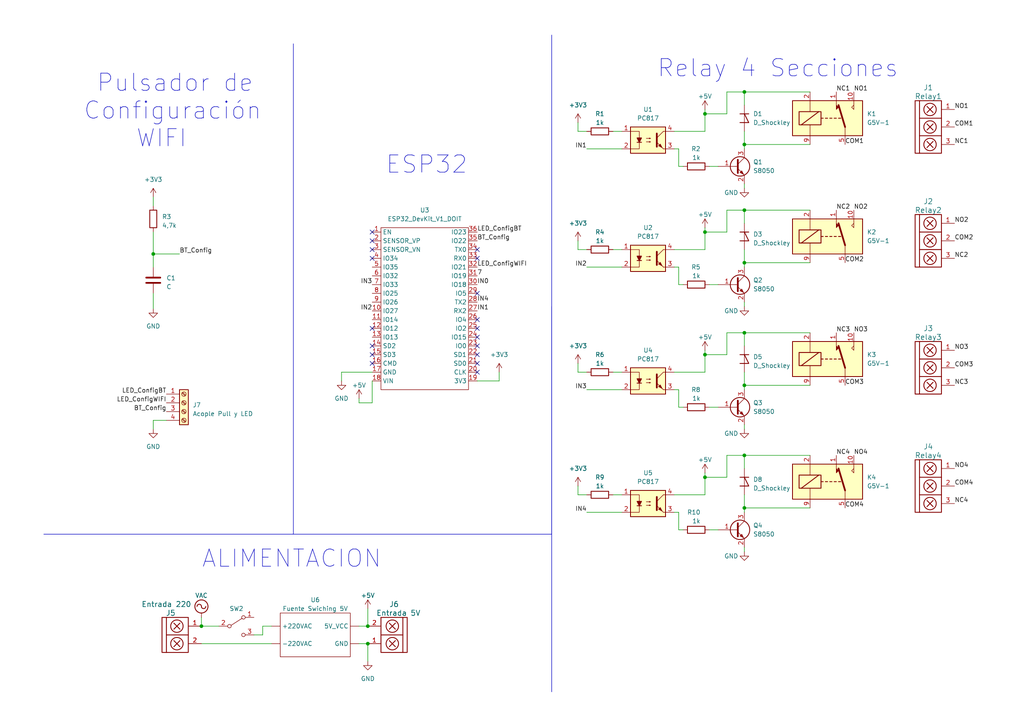
<source format=kicad_sch>
(kicad_sch (version 20230121) (generator eeschema)
  (paper "A4")
  (lib_symbols
    (symbol "+5V_1" (power) (pin_names (offset 0))
      (property "Value" "+5V_1" (at 0 3.556 0))
      (symbol "+5V_1_0_1"
        (polyline (pts (xy -0.762 1.27) (xy 0 2.54)))
        (polyline (pts (xy 0 0) (xy 0 2.54)))
        (polyline (pts (xy 0 2.54) (xy 0.762 1.27)))
      )
      (symbol "+5V_1_1_1"
        (pin power_in line (at 0 0 90) (length 0) hide (name "+5V") (number "1"))
      )
    )
    (symbol "Connector:Screw_Terminal_01x04" (pin_names (offset 1.016) hide)
      (property "Reference" "J" (at 0 5.08 0))
      (property "Value" "Screw_Terminal_01x04" (at 0 -7.62 0))
      (symbol "Screw_Terminal_01x04_1_1"
        (rectangle (start -1.27 3.81) (end 1.27 -6.35) (stroke (width 0.254)) (fill (type background)))
        (circle (center 0 -5.08) (radius 0.635) (stroke (width 0.1524)))
        (circle (center 0 -2.54) (radius 0.635) (stroke (width 0.1524)))
        (polyline (pts (xy -0.5334 -4.7498) (xy 0.3302 -5.588)) (stroke (width 0.1524)))
        (polyline (pts (xy -0.5334 -2.2098) (xy 0.3302 -3.048)) (stroke (width 0.1524)))
        (polyline (pts (xy -0.5334 0.3302) (xy 0.3302 -0.508)) (stroke (width 0.1524)))
        (polyline (pts (xy -0.5334 2.8702) (xy 0.3302 2.032)) (stroke (width 0.1524)))
        (polyline (pts (xy -0.3556 -4.572) (xy 0.508 -5.4102)) (stroke (width 0.1524)))
        (polyline (pts (xy -0.3556 -2.032) (xy 0.508 -2.8702)) (stroke (width 0.1524)))
        (polyline (pts (xy -0.3556 0.508) (xy 0.508 -0.3302)) (stroke (width 0.1524)))
        (polyline (pts (xy -0.3556 3.048) (xy 0.508 2.2098)) (stroke (width 0.1524)))
        (circle (center 0 0) (radius 0.635) (stroke (width 0.1524)))
        (circle (center 0 2.54) (radius 0.635) (stroke (width 0.1524)))
        (pin passive line (at -5.08 2.54 0) (length 3.81) (name "Pin_1") (number "1"))
        (pin passive line (at -5.08 0 0) (length 3.81) (name "Pin_2") (number "2"))
        (pin passive line (at -5.08 -2.54 0) (length 3.81) (name "Pin_3") (number "3"))
        (pin passive line (at -5.08 -5.08 0) (length 3.81) (name "Pin_4") (number "4"))
      )
    )
    (symbol "Device:C" (pin_numbers hide) (pin_names (offset 0.254))
      (property "Reference" "C" (at 0.635 2.54 0))
      (property "Value" "C" (at 0.635 -2.54 0))
      (symbol "C_0_1"
        (polyline (pts (xy -2.032 -0.762) (xy 2.032 -0.762)) (stroke (width 0.508)))
        (polyline (pts (xy -2.032 0.762) (xy 2.032 0.762)) (stroke (width 0.508)))
      )
      (symbol "C_1_1"
        (pin passive line (at 0 3.81 270) (length 2.794) (name "~") (number "1"))
        (pin passive line (at 0 -3.81 90) (length 2.794) (name "~") (number "2"))
      )
    )
    (symbol "Device:D_Shockley" (pin_numbers hide) (pin_names (offset 1.016) hide)
      (property "Reference" "D" (at 0 2.54 0))
      (property "Value" "D_Shockley" (at 0 -2.54 0))
      (symbol "D_Shockley_0_1"
        (polyline (pts (xy -1.27 0) (xy 1.27 0)))
        (polyline (pts (xy -1.27 1.27) (xy -1.27 -1.27)) (stroke (width 0.254)))
        (polyline (pts (xy -1.27 0) (xy 1.27 1.27) (xy 1.27 -1.27)) (stroke (width 0.254)))
      )
      (symbol "D_Shockley_1_1"
        (pin passive line (at -3.81 0 0) (length 2.54) (name "K") (number "1"))
        (pin passive line (at 3.81 0 180) (length 2.54) (name "A") (number "2"))
      )
    )
    (symbol "Device:R" (pin_numbers hide) (pin_names (offset 0))
      (property "Reference" "R" (at 2.032 0 90))
      (property "Value" "R" (at 0 0 90))
      (symbol "R_0_1"
        (rectangle (start -1.016 -2.54) (end 1.016 2.54) (stroke (width 0.254)))
      )
      (symbol "R_1_1"
        (pin passive line (at 0 3.81 270) (length 1.27) (name "~") (number "1"))
        (pin passive line (at 0 -3.81 90) (length 1.27) (name "~") (number "2"))
      )
    )
    (symbol "EESTN5:ESP32_DevKit_V1_DOIT"
      (property "Reference" "U" (at -11.43 34.29 0))
      (property "Value" "ESP32_DevKit_V1_DOIT" (at 11.43 34.29 0))
      (symbol "ESP32_DevKit_V1_DOIT_0_0"
        (pin bidirectional line (at 15.24 25.4 180) (length 2.54) (name "TX0") (number "34"))
        (pin bidirectional line (at 15.24 27.94 180) (length 2.54) (name "IO22") (number "35"))
        (pin bidirectional line (at 15.24 30.48 180) (length 2.54) (name "IO23") (number "36"))
      )
      (symbol "ESP32_DevKit_V1_DOIT_0_1"
        (rectangle (start -12.7 31.75) (end 12.7 -15.24))
      )
      (symbol "ESP32_DevKit_V1_DOIT_1_1"
        (pin input line (at -15.24 30.48 0) (length 2.54) (name "EN") (number "1"))
        (pin bidirectional line (at -15.24 7.62 0) (length 2.54) (name "IO27") (number "10"))
        (pin bidirectional line (at -15.24 5.08 0) (length 2.54) (name "IO14") (number "11"))
        (pin bidirectional line (at -15.24 2.54 0) (length 2.54) (name "IO12") (number "12"))
        (pin bidirectional line (at -15.24 0 0) (length 2.54) (name "IO13") (number "13"))
        (pin bidirectional line (at -15.24 -2.54 0) (length 2.54) (name "SD2") (number "14"))
        (pin bidirectional line (at -15.24 -5.08 0) (length 2.54) (name "SD3") (number "15"))
        (pin bidirectional line (at -15.24 -7.62 0) (length 2.54) (name "CMD") (number "16"))
        (pin power_in line (at -15.24 -10.16 0) (length 2.54) (name "GND") (number "17"))
        (pin power_in line (at -15.24 -12.7 0) (length 2.54) (name "VIN") (number "18"))
        (pin power_in line (at 15.24 -12.7 180) (length 2.54) (name "3V3") (number "19"))
        (pin input line (at -15.24 27.94 0) (length 2.54) (name "SENSOR_VP") (number "2"))
        (pin bidirectional line (at 15.24 -10.16 180) (length 2.54) (name "CLK") (number "20"))
        (pin bidirectional line (at 15.24 -7.62 180) (length 2.54) (name "SD0") (number "21"))
        (pin bidirectional line (at 15.24 -5.08 180) (length 2.54) (name "SD1") (number "22"))
        (pin bidirectional line (at 15.24 -2.54 180) (length 2.54) (name "IO0") (number "23"))
        (pin bidirectional line (at 15.24 0 180) (length 2.54) (name "IO15") (number "24"))
        (pin bidirectional line (at 15.24 2.54 180) (length 2.54) (name "IO2") (number "25"))
        (pin bidirectional line (at 15.24 5.08 180) (length 2.54) (name "IO4") (number "26"))
        (pin bidirectional line (at 15.24 7.62 180) (length 2.54) (name "RX2") (number "27"))
        (pin bidirectional line (at 15.24 10.16 180) (length 2.54) (name "TX2") (number "28"))
        (pin bidirectional line (at 15.24 12.7 180) (length 2.54) (name "IO5") (number "29"))
        (pin input line (at -15.24 25.4 0) (length 2.54) (name "SENSOR_VN") (number "3"))
        (pin bidirectional line (at 15.24 15.24 180) (length 2.54) (name "IO18") (number "30"))
        (pin bidirectional line (at 15.24 17.78 180) (length 2.54) (name "IO19") (number "31"))
        (pin bidirectional line (at 15.24 20.32 180) (length 2.54) (name "IO21") (number "32"))
        (pin bidirectional line (at 15.24 22.86 180) (length 2.54) (name "RX0") (number "33"))
        (pin input line (at -15.24 22.86 0) (length 2.54) (name "IO34") (number "4"))
        (pin input line (at -15.24 20.32 0) (length 2.54) (name "IO35") (number "5"))
        (pin bidirectional line (at -15.24 17.78 0) (length 2.54) (name "IO32") (number "6"))
        (pin bidirectional line (at -15.24 15.24 0) (length 2.54) (name "IO33") (number "7"))
        (pin bidirectional line (at -15.24 12.7 0) (length 2.54) (name "IO25") (number "8"))
        (pin bidirectional line (at -15.24 10.16 0) (length 2.54) (name "IO26") (number "9"))
      )
    )
    (symbol "EESTN5:PC817" (pin_names (offset 1.016))
      (property "Reference" "U" (at -5.08 5.08 0))
      (property "Value" "PC817" (at 0 5.08 0))
      (symbol "PC817_0_1"
        (rectangle (start -5.08 3.81) (end 5.08 -3.81) (stroke (width 0.254)) (fill (type background)))
        (polyline (pts (xy -3.175 -0.635) (xy -1.905 -0.635)) (stroke (width 0.254)))
        (polyline (pts (xy 2.54 0.635) (xy 4.445 2.54)))
        (polyline (pts (xy 4.445 -2.54) (xy 2.54 -0.635)) (fill (type outline)))
        (polyline (pts (xy 4.445 -2.54) (xy 5.08 -2.54)))
        (polyline (pts (xy 4.445 2.54) (xy 5.08 2.54)))
        (polyline (pts (xy -5.08 2.54) (xy -2.54 2.54) (xy -2.54 0.635)))
        (polyline (pts (xy -2.54 -0.635) (xy -2.54 -2.54) (xy -5.08 -2.54)))
        (polyline (pts (xy 2.54 1.905) (xy 2.54 -1.905) (xy 2.54 -1.905)) (stroke (width 0.508)))
        (polyline (pts (xy -2.54 -0.635) (xy -3.175 0.635) (xy -1.905 0.635) (xy -2.54 -0.635)) (stroke (width 0.254)) (fill (type outline)))
        (polyline (pts (xy -0.508 -0.508) (xy 0.762 -0.508) (xy 0.381 -0.635) (xy 0.381 -0.381) (xy 0.762 -0.508)))
        (polyline (pts (xy -0.508 0.508) (xy 0.762 0.508) (xy 0.381 0.381) (xy 0.381 0.635) (xy 0.762 0.508)))
        (polyline (pts (xy 3.048 -1.651) (xy 3.556 -1.143) (xy 4.064 -2.159) (xy 3.048 -1.651) (xy 3.048 -1.651)) (fill (type outline)))
      )
      (symbol "PC817_1_1"
        (pin passive line (at -7.62 2.54 0) (length 2.54) (name "~") (number "1"))
        (pin passive line (at -7.62 -2.54 0) (length 2.54) (name "~") (number "2"))
        (pin passive line (at 7.62 -2.54 180) (length 2.54) (name "~") (number "3"))
        (pin passive line (at 7.62 2.54 180) (length 2.54) (name "~") (number "4"))
      )
    )
    (symbol "EESTN5:SW_SPDT" (pin_names (offset 0) hide)
      (property "Reference" "SW" (at 0 4.318 0))
      (symbol "SW_SPDT_0_0"
        (circle (center -2.032 0) (radius 0.508))
        (circle (center 2.032 -2.54) (radius 0.508))
      )
      (symbol "SW_SPDT_0_1"
        (polyline (pts (xy -1.524 0.254) (xy 1.651 2.286)))
        (circle (center 2.032 2.54) (radius 0.508))
      )
      (symbol "SW_SPDT_1_1"
        (pin passive line (at 5.08 2.54 180) (length 2.54) (name "A") (number "1"))
        (pin passive line (at -5.08 0 0) (length 2.54) (name "B") (number "2"))
        (pin passive line (at 5.08 -2.54 180) (length 2.54) (name "C") (number "3"))
      )
    )
    (symbol "EESTN5:TB_1X2" (pin_names (offset 1.016))
      (property "Reference" "J" (at 0 7.62 0))
      (property "Value" "TB_1X2" (at 1.27 -7.62 0))
      (symbol "TB_1X2_0_1"
        (rectangle (start -2.54 5.08) (end 5.08 -5.08) (stroke (width 0.254)))
        (polyline (pts (xy -1.27 0) (xy 5.08 0)) (stroke (width 0.254)))
        (polyline (pts (xy -1.27 5.08) (xy -1.27 -5.08)) (stroke (width 0.254)))
        (polyline (pts (xy 0.889 -3.429) (xy 2.667 -1.651)) (stroke (width 0.254)))
        (polyline (pts (xy 0.889 -1.651) (xy 2.667 -3.429)) (stroke (width 0.254)))
        (polyline (pts (xy 0.889 1.651) (xy 2.667 3.429)) (stroke (width 0.254)))
        (polyline (pts (xy 0.889 3.429) (xy 2.667 1.651)) (stroke (width 0.254)))
        (circle (center 1.778 -2.54) (radius 1.8034) (stroke (width 0.254)))
        (circle (center 1.778 2.54) (radius 1.8034) (stroke (width 0.254)))
      )
      (symbol "TB_1X2_1_1"
        (pin input line (at 8.89 2.54 180) (length 3.81) (name "~") (number "1"))
        (pin input line (at 8.89 -2.54 180) (length 3.81) (name "~") (number "2"))
      )
    )
    (symbol "EESTN5:TB_1X3" (pin_names (offset 1.016))
      (property "Reference" "J" (at 0 7.62 0))
      (property "Value" "TB_1X3" (at 1.27 -11.43 0))
      (symbol "TB_1X3_0_1"
        (rectangle (start -2.54 5.08) (end 5.08 -10.16) (stroke (width 0.254)))
        (polyline (pts (xy -1.27 -5.08) (xy 5.08 -5.08)) (stroke (width 0.254)))
        (polyline (pts (xy -1.27 0) (xy 5.08 0)) (stroke (width 0.254)))
        (polyline (pts (xy -1.27 5.08) (xy -1.27 -10.16)) (stroke (width 0.254)))
        (polyline (pts (xy 0.889 -8.509) (xy 2.667 -6.731)) (stroke (width 0.254)))
        (polyline (pts (xy 0.889 -6.731) (xy 2.667 -8.509)) (stroke (width 0.254)))
        (polyline (pts (xy 0.889 -3.429) (xy 2.667 -1.651)) (stroke (width 0.254)))
        (polyline (pts (xy 0.889 -1.651) (xy 2.667 -3.429)) (stroke (width 0.254)))
        (polyline (pts (xy 0.889 1.651) (xy 2.667 3.429)) (stroke (width 0.254)))
        (polyline (pts (xy 0.889 3.429) (xy 2.667 1.651)) (stroke (width 0.254)))
        (circle (center 1.778 -7.62) (radius 1.8034) (stroke (width 0.254)))
        (circle (center 1.778 -2.54) (radius 1.8034) (stroke (width 0.254)))
        (circle (center 1.778 2.54) (radius 1.8034) (stroke (width 0.254)))
      )
      (symbol "TB_1X3_1_1"
        (pin input line (at 8.89 2.54 180) (length 3.81) (name "~") (number "1"))
        (pin input line (at 8.89 -2.54 180) (length 3.81) (name "~") (number "2"))
        (pin input line (at 8.89 -7.62 180) (length 3.81) (name "~") (number "3"))
      )
    )
    (symbol "Library_SW-Intel:Fuente_Swiching"
      (property "Reference" "U" (at -6.35 10.16 0))
      (property "Value" "Fuente Swiching 5V" (at 0 7.62 0))
      (symbol "Fuente_Swiching_0_1"
        (rectangle (start -10.16 6.35) (end 10.16 -6.35))
      )
      (symbol "Fuente_Swiching_1_1"
        (pin power_in line (at -12.7 2.54 0) (length 2.54) (name "+220VAC") (number ""))
        (pin power_in line (at -12.7 -2.54 0) (length 2.54) (name "-220VAC") (number ""))
        (pin power_out line (at 12.7 2.54 180) (length 2.54) (name "5V_VCC") (number ""))
        (pin power_out line (at 12.7 -2.54 180) (length 2.54) (name "GND") (number ""))
      )
    )
    (symbol "Relay:G5V-1"
      (property "Reference" "K" (at 11.43 3.81 0))
      (property "Value" "G5V-1" (at 11.43 1.27 0))
      (symbol "G5V-1_0_0"
        (polyline (pts (xy 7.62 5.08) (xy 7.62 2.54) (xy 6.985 3.175) (xy 7.62 3.81)))
      )
      (symbol "G5V-1_0_1"
        (rectangle (start -10.16 5.08) (end 10.16 -5.08) (stroke (width 0.254)) (fill (type background)))
        (rectangle (start -8.255 1.905) (end -1.905 -1.905) (stroke (width 0.254)))
        (polyline (pts (xy -7.62 -1.905) (xy -2.54 1.905)) (stroke (width 0.254)))
        (polyline (pts (xy -5.08 -5.08) (xy -5.08 -1.905)))
        (polyline (pts (xy -5.08 5.08) (xy -5.08 1.905)))
        (polyline (pts (xy -1.905 0) (xy -1.27 0)) (stroke (width 0.254)))
        (polyline (pts (xy -0.635 0) (xy 0 0)) (stroke (width 0.254)))
        (polyline (pts (xy 0.635 0) (xy 1.27 0)) (stroke (width 0.254)))
        (polyline (pts (xy 1.905 0) (xy 2.54 0)) (stroke (width 0.254)))
        (polyline (pts (xy 3.175 0) (xy 3.81 0)) (stroke (width 0.254)))
        (polyline (pts (xy 5.08 -2.54) (xy 3.175 3.81)) (stroke (width 0.508)))
        (polyline (pts (xy 5.08 -2.54) (xy 5.08 -5.08)))
        (polyline (pts (xy 2.54 5.08) (xy 2.54 2.54) (xy 3.175 3.175) (xy 2.54 3.81)) (fill (type outline)))
      )
      (symbol "G5V-1_1_1"
        (pin passive line (at 2.54 7.62 270) (length 2.54) (name "~") (number "1"))
        (pin passive line (at 7.62 7.62 270) (length 2.54) (name "~") (number "10"))
        (pin passive line (at -5.08 7.62 270) (length 2.54) (name "~") (number "2"))
        (pin passive line (at 5.08 -7.62 90) (length 2.54) (name "~") (number "5"))
        (pin passive line (at 5.08 -7.62 90) (length 2.54) hide (name "~") (number "6"))
        (pin passive line (at -5.08 -7.62 90) (length 2.54) (name "~") (number "9"))
      )
    )
    (symbol "power:+3.3V" (power) (pin_names (offset 0))
      (property "Value" "+3.3V" (at 0 3.556 0))
      (symbol "+3.3V_0_1"
        (polyline (pts (xy -0.762 1.27) (xy 0 2.54)))
        (polyline (pts (xy 0 0) (xy 0 2.54)))
        (polyline (pts (xy 0 2.54) (xy 0.762 1.27)))
      )
      (symbol "+3.3V_1_1"
        (pin power_in line (at 0 0 90) (length 0) hide (name "+3V3") (number "1"))
      )
    )
    (symbol "power:+5V" (power) (pin_names (offset 0))
      (property "Value" "+5V" (at 0 3.556 0))
      (symbol "+5V_0_1"
        (polyline (pts (xy -0.762 1.27) (xy 0 2.54)))
        (polyline (pts (xy 0 0) (xy 0 2.54)))
        (polyline (pts (xy 0 2.54) (xy 0.762 1.27)))
      )
      (symbol "+5V_1_1"
        (pin power_in line (at 0 0 90) (length 0) hide (name "+5V") (number "1"))
      )
    )
    (symbol "power:GND" (power) (pin_names (offset 0))
      (property "Value" "GND" (at 0 -3.81 0))
      (symbol "GND_0_1"
        (polyline (pts (xy 0 0) (xy 0 -1.27) (xy 1.27 -1.27) (xy 0 -2.54) (xy -1.27 -1.27) (xy 0 -1.27)))
      )
      (symbol "GND_1_1"
        (pin power_in line (at 0 0 270) (length 0) hide (name "GND") (number "1"))
      )
    )
    (symbol "power:VAC" (power) (pin_names (offset 0))
      (property "Value" "VAC" (at 0 6.35 0))
      (symbol "VAC_0_1"
        (polyline (pts (xy 0 0) (xy 0 1.27)))
        (arc (start 0 3.175) (mid -0.635 3.8073) (end -1.27 3.175) (stroke (width 0.254)))
        (arc (start 0 3.175) (mid 0.635 2.5427) (end 1.27 3.175) (stroke (width 0.254)))
        (circle (center 0 3.175) (radius 1.905) (stroke (width 0.254)))
      )
      (symbol "VAC_1_1"
        (pin power_in line (at 0 0 90) (length 0) hide (name "VAC") (number "1"))
      )
    )
    (symbol "s8050:S8050" (pin_names (offset 0) hide)
      (property "Reference" "Q3" (at 5.08 1.2701 0))
      (property "Value" "S8050" (at 5.08 -1.2699 0))
      (symbol "S8050_0_1"
        (polyline (pts (xy 0 0) (xy 0.635 0)))
        (polyline (pts (xy 0.635 0.635) (xy 2.54 2.54)))
        (polyline (pts (xy 0.635 -0.635) (xy 2.54 -2.54) (xy 2.54 -2.54)))
        (polyline (pts (xy 0.635 1.905) (xy 0.635 -1.905) (xy 0.635 -1.905)) (stroke (width 0.508)))
        (polyline (pts (xy 1.27 -1.778) (xy 1.778 -1.27) (xy 2.286 -2.286) (xy 1.27 -1.778) (xy 1.27 -1.778)) (fill (type outline)))
        (circle (center 1.27 0) (radius 2.8194) (stroke (width 0.254)))
      )
      (symbol "S8050_1_1"
        (pin input line (at -5.08 0 0) (length 5.08) (name "B") (number "1"))
        (pin passive line (at 2.54 -5.08 90) (length 2.54) (name "E") (number "2"))
        (pin passive line (at 2.54 5.08 270) (length 2.54) (name "C") (number "3"))
      )
    )
  )
  (junction (at 106.68 186.69))
  (junction (at 215.9 26.67))
  (junction (at 215.9 147.32))
  (junction (at 44.45 73.66))
  (junction (at 215.9 76.2))
  (junction (at 215.9 111.76))
  (junction (at 58.42 181.61))
  (junction (at 215.9 41.91))
  (junction (at 204.47 102.87))
  (junction (at 204.47 67.31))
  (junction (at 215.9 132.08))
  (junction (at 215.9 60.96))
  (junction (at 106.68 181.61))
  (junction (at 204.47 138.43))
  (junction (at 215.9 96.52))
  (junction (at 204.47 33.02))
  (no_connect (at 107.95 100.33))
  (no_connect (at 138.43 92.71))
  (no_connect (at 107.95 74.93))
  (no_connect (at 107.95 102.87))
  (no_connect (at 138.43 100.33))
  (no_connect (at 138.43 105.41))
  (no_connect (at 138.43 74.93))
  (no_connect (at 107.95 67.31))
  (no_connect (at 138.43 97.79))
  (no_connect (at 138.43 72.39))
  (no_connect (at 107.95 72.39))
  (no_connect (at 107.95 95.25))
  (no_connect (at 138.43 95.25))
  (no_connect (at 107.95 105.41))
  (no_connect (at 138.43 107.95))
  (no_connect (at 107.95 69.85))
  (no_connect (at 138.43 102.87))
  (no_connect (at 138.43 85.09))
  (wire (pts (xy 106.68 176.53) (xy 106.68 181.61)))
  (wire (pts (xy 138.43 110.49) (xy 144.78 110.49)))
  (wire (pts (xy 205.74 153.67) (xy 208.28 153.67)))
  (wire (pts (xy 210.82 138.43) (xy 210.82 132.08)))
  (wire (pts (xy 205.74 48.26) (xy 208.28 48.26)))
  (wire (pts (xy 215.9 111.76) (xy 215.9 107.95)))
  (wire (pts (xy 204.47 137.16) (xy 204.47 138.43)))
  (wire (pts (xy 215.9 147.32) (xy 215.9 143.51)))
  (wire (pts (xy 104.14 181.61) (xy 106.68 181.61)))
  (wire (pts (xy 195.58 143.51) (xy 204.47 143.51)))
  (wire (pts (xy 58.42 179.07) (xy 58.42 181.61)))
  (wire (pts (xy 210.82 96.52) (xy 215.9 96.52)))
  (wire (pts (xy 204.47 33.02) (xy 210.82 33.02)))
  (wire (pts (xy 234.95 41.91) (xy 215.9 41.91)))
  (wire (pts (xy 204.47 102.87) (xy 204.47 107.95)))
  (wire (pts (xy 44.45 73.66) (xy 52.07 73.66)))
  (wire (pts (xy 196.85 153.67) (xy 198.12 153.67)))
  (polyline (pts (xy 85.09 154.94) (xy 160.02 154.94)))
  (wire (pts (xy 76.2 181.61) (xy 78.74 181.61)))
  (wire (pts (xy 167.64 107.95) (xy 167.64 105.41)))
  (wire (pts (xy 99.06 107.95) (xy 99.06 110.49)))
  (wire (pts (xy 215.9 111.76) (xy 215.9 113.03)))
  (wire (pts (xy 215.9 147.32) (xy 234.95 147.32)))
  (wire (pts (xy 215.9 60.96) (xy 215.9 64.77)))
  (wire (pts (xy 215.9 41.91) (xy 215.9 43.18)))
  (wire (pts (xy 215.9 26.67) (xy 215.9 30.48)))
  (wire (pts (xy 107.95 116.84) (xy 104.14 116.84)))
  (wire (pts (xy 210.82 102.87) (xy 210.82 96.52)))
  (wire (pts (xy 144.78 110.49) (xy 144.78 107.95)))
  (wire (pts (xy 215.9 132.08) (xy 215.9 135.89)))
  (wire (pts (xy 167.64 38.1) (xy 167.64 35.56)))
  (wire (pts (xy 215.9 158.75) (xy 215.9 160.02)))
  (wire (pts (xy 58.42 181.61) (xy 63.5 181.61)))
  (wire (pts (xy 196.85 82.55) (xy 198.12 82.55)))
  (wire (pts (xy 215.9 76.2) (xy 215.9 77.47)))
  (wire (pts (xy 215.9 53.34) (xy 215.9 54.61)))
  (wire (pts (xy 205.74 82.55) (xy 208.28 82.55)))
  (wire (pts (xy 204.47 101.6) (xy 204.47 102.87)))
  (wire (pts (xy 44.45 121.92) (xy 48.26 121.92)))
  (wire (pts (xy 170.18 143.51) (xy 167.64 143.51)))
  (wire (pts (xy 196.85 43.18) (xy 196.85 48.26)))
  (wire (pts (xy 210.82 33.02) (xy 210.82 26.67)))
  (wire (pts (xy 195.58 77.47) (xy 196.85 77.47)))
  (wire (pts (xy 44.45 85.09) (xy 44.45 89.535)))
  (wire (pts (xy 215.9 147.32) (xy 215.9 148.59)))
  (wire (pts (xy 196.85 48.26) (xy 198.12 48.26)))
  (wire (pts (xy 170.18 113.03) (xy 180.34 113.03)))
  (wire (pts (xy 170.18 107.95) (xy 167.64 107.95)))
  (polyline (pts (xy 85.09 12.7) (xy 85.09 154.94)))
  (wire (pts (xy 106.68 186.69) (xy 104.14 186.69)))
  (wire (pts (xy 177.8 107.95) (xy 180.34 107.95)))
  (wire (pts (xy 195.58 107.95) (xy 204.47 107.95)))
  (wire (pts (xy 170.18 77.47) (xy 180.34 77.47)))
  (wire (pts (xy 215.9 111.76) (xy 234.95 111.76)))
  (wire (pts (xy 196.85 77.47) (xy 196.85 82.55)))
  (wire (pts (xy 204.47 138.43) (xy 204.47 143.51)))
  (wire (pts (xy 44.45 124.46) (xy 44.45 121.92)))
  (wire (pts (xy 195.58 113.03) (xy 196.85 113.03)))
  (wire (pts (xy 44.45 57.15) (xy 44.45 59.69)))
  (wire (pts (xy 210.82 67.31) (xy 210.82 60.96)))
  (wire (pts (xy 215.9 96.52) (xy 234.95 96.52)))
  (wire (pts (xy 106.68 191.77) (xy 106.68 186.69)))
  (wire (pts (xy 215.9 87.63) (xy 215.9 88.9)))
  (wire (pts (xy 177.8 72.39) (xy 180.34 72.39)))
  (wire (pts (xy 204.47 67.31) (xy 210.82 67.31)))
  (wire (pts (xy 204.47 138.43) (xy 210.82 138.43)))
  (wire (pts (xy 170.18 43.18) (xy 180.34 43.18)))
  (wire (pts (xy 170.18 38.1) (xy 167.64 38.1)))
  (wire (pts (xy 215.9 76.2) (xy 215.9 72.39)))
  (wire (pts (xy 73.66 184.15) (xy 76.2 184.15)))
  (wire (pts (xy 170.18 72.39) (xy 167.64 72.39)))
  (wire (pts (xy 196.85 113.03) (xy 196.85 118.11)))
  (wire (pts (xy 44.45 67.31) (xy 44.45 73.66)))
  (wire (pts (xy 215.9 132.08) (xy 234.95 132.08)))
  (wire (pts (xy 215.9 41.91) (xy 215.9 38.1)))
  (wire (pts (xy 204.47 66.04) (xy 204.47 67.31)))
  (wire (pts (xy 204.47 102.87) (xy 210.82 102.87)))
  (polyline (pts (xy 160.02 10.16) (xy 160.02 200.66)))
  (wire (pts (xy 234.95 26.67) (xy 215.9 26.67)))
  (wire (pts (xy 99.06 107.95) (xy 107.95 107.95)))
  (wire (pts (xy 215.9 123.19) (xy 215.9 124.46)))
  (wire (pts (xy 215.9 60.96) (xy 234.95 60.96)))
  (wire (pts (xy 196.85 148.59) (xy 196.85 153.67)))
  (wire (pts (xy 205.74 118.11) (xy 208.28 118.11)))
  (wire (pts (xy 204.47 31.75) (xy 204.47 33.02)))
  (wire (pts (xy 167.64 143.51) (xy 167.64 140.97)))
  (wire (pts (xy 170.18 148.59) (xy 180.34 148.59)))
  (wire (pts (xy 215.9 76.2) (xy 234.95 76.2)))
  (wire (pts (xy 107.95 110.49) (xy 107.95 116.84)))
  (wire (pts (xy 104.14 116.84) (xy 104.14 115.57)))
  (wire (pts (xy 204.47 33.02) (xy 204.47 38.1)))
  (wire (pts (xy 210.82 26.67) (xy 215.9 26.67)))
  (wire (pts (xy 44.45 73.66) (xy 44.45 77.47)))
  (wire (pts (xy 177.8 38.1) (xy 180.34 38.1)))
  (wire (pts (xy 215.9 96.52) (xy 215.9 100.33)))
  (wire (pts (xy 177.8 143.51) (xy 180.34 143.51)))
  (wire (pts (xy 195.58 72.39) (xy 204.47 72.39)))
  (polyline (pts (xy 160.02 154.94) (xy 160.02 88.9)))
  (wire (pts (xy 195.58 38.1) (xy 204.47 38.1)))
  (wire (pts (xy 196.85 118.11) (xy 198.12 118.11)))
  (wire (pts (xy 210.82 132.08) (xy 215.9 132.08)))
  (wire (pts (xy 167.64 72.39) (xy 167.64 69.85)))
  (wire (pts (xy 210.82 60.96) (xy 215.9 60.96)))
  (polyline (pts (xy 85.09 154.94) (xy 12.7 154.94)))
  (wire (pts (xy 58.42 186.69) (xy 78.74 186.69)))
  (wire (pts (xy 195.58 43.18) (xy 196.85 43.18)))
  (wire (pts (xy 76.2 184.15) (xy 76.2 181.61)))
  (wire (pts (xy 195.58 148.59) (xy 196.85 148.59)))
  (wire (pts (xy 204.47 67.31) (xy 204.47 72.39)))
  (text "ESP32" (at 111.76 50.8 0) (effects (font (size 5 5)) (justify left bottom)))
  (text "Relay 4 Secciones" (at 190.5 22.86 0) (effects (font (size 5 5)) (justify left bottom)))
  (text " Pulsador de\nConfiguración\n    WIFI" (at 24.13 43.18 0) (effects (font (size 5 5)) (justify left bottom)))
  (text "ALIMENTACION" (at 58.42 165.1 0) (effects (font (size 5 5)) (justify left bottom)))
  (label "NC3" (at 242.57 96.52 0))
  (label "COM1" (at 276.86 36.83 0))
  (label "NC2" (at 242.57 60.96 0))
  (label "NO3" (at 276.86 101.6 0))
  (label "BT_Config" (at 52.07 73.66 0))
  (label "IN4" (at 138.43 87.63 0))
  (label "IN4" (at 170.18 148.59 180))
  (label "NO4" (at 247.65 132.08 0))
  (label "NO2" (at 276.86 64.77 0))
  (label "NC1" (at 242.57 26.67 0))
  (label "IN2" (at 170.18 77.47 180))
  (label "IN3" (at 170.18 113.03 180))
  (label "BT_Config" (at 138.43 69.85 0))
  (label "LED_ConfigBT" (at 138.43 67.31 0))
  (label "NC4" (at 276.86 146.05 0))
  (label "NO3" (at 247.65 96.52 0))
  (label "IN1" (at 138.43 90.17 0))
  (label "COM4" (at 245.11 147.32 0))
  (label "IN0" (at 138.43 82.55 0))
  (label "NC3" (at 276.86 111.76 0))
  (label "COM1" (at 245.11 41.91 0))
  (label "COM4" (at 276.86 140.97 0))
  (label "IN1" (at 170.18 43.18 180))
  (label "NC4" (at 242.57 132.08 0))
  (label "NO1" (at 247.65 26.67 0))
  (label "LED_ConfigWIFI" (at 138.43 77.47 0))
  (label "COM2" (at 245.11 76.2 0))
  (label "IN3" (at 107.95 82.55 180))
  (label "IN2" (at 107.95 90.17 180))
  (label "COM2" (at 276.86 69.85 0))
  (label "NC1" (at 276.86 41.91 0))
  (label "BT_Config" (at 48.26 119.38 180))
  (label "NO1" (at 276.86 31.75 0))
  (label "7" (at 138.43 80.01 0))
  (label "NC2" (at 276.86 74.93 0))
  (label "COM3" (at 245.11 111.76 0))
  (label "NO2" (at 247.65 60.96 0))
  (label "NO4" (at 276.86 135.89 0))
  (label "LED_ConfigBT" (at 48.26 114.3 180))
  (label "COM3" (at 276.86 106.68 0))
  (label "LED_ConfigWIFI" (at 48.26 116.84 180))
  (symbol (lib_id "power:GND") (at 215.9 124.46 0) (unit 1)
    (property "Reference" "#PWR014" (effects hide))
    (property "Value" "GND" (at 212.09 125.73 0))
  )
  (symbol (lib_id "Relay:G5V-1") (at 240.03 139.7 0) (unit 1)
    (property "Reference" "K4" (at 251.46 138.4299 0) (effects (justify left)))
    (property "Value" "G5V-1" (at 251.46 140.9699 0) (effects (justify left)))
    (property "Footprint" "LibraryPERSONALES:Relay_SPDT_Finder_36.11" (effects hide))
    (property "Datasheet" "http://omronfs.omron.com/en_US/ecb/products/pdf/en-g5v_1.pdf" (effects hide))
  )
  (symbol (lib_id "power:GND") (at 44.45 89.535 0) (unit 1)
    (property "Reference" "#PWR022" (effects hide))
    (property "Value" "GND" (at 44.45 94.615 0))
  )
  (symbol (lib_id "Device:R") (at 201.93 82.55 90) (unit 1)
    (property "Reference" "R5" (at 203.2 77.47 90) (effects (justify left)))
    (property "Value" "1k" (at 203.2 80.01 90) (effects (justify left)))
    (property "Footprint" "Resistor_SMD:R_1206_3216Metric_Pad1.30x1.75mm_HandSolder" (effects hide))
  )
  (symbol (lib_id "EESTN5:ESP32_DevKit_V1_DOIT") (at 123.19 97.79 0) (unit 1)
    (property "Reference" "U3" (at 123.19 60.96 0))
    (property "Value" "ESP32_DevKit_V1_DOIT" (at 123.19 63.5 0))
    (property "Footprint" "LibraryPERSONALES:ESP32_Devkit_V1_36pin" (effects hide))
  )
  (symbol (lib_id "Device:R") (at 173.99 107.95 90) (unit 1)
    (property "Reference" "R6" (at 173.99 102.87 90))
    (property "Value" "1k" (at 173.99 105.41 90))
    (property "Footprint" "Resistor_SMD:R_1206_3216Metric_Pad1.30x1.75mm_HandSolder" (effects hide))
  )
  (symbol (lib_id "Device:C") (at 44.45 81.28 0) (unit 1)
    (property "Reference" "C1" (at 48.26 80.645 0) (effects (justify left)))
    (property "Value" "C" (at 48.26 83.185 0) (effects (justify left)))
    (property "Footprint" "Capacitor_THT:C_Disc_D7.5mm_W2.5mm_P5.00mm" (effects hide))
  )
  (symbol (lib_id "power:GND") (at 215.9 88.9 0) (unit 1)
    (property "Reference" "#PWR08" (effects hide))
    (property "Value" "GND" (at 212.09 90.17 0))
  )
  (symbol (lib_id "power:+3.3V") (at 167.64 69.85 0) (unit 1)
    (property "Reference" "#PWR06" (effects hide))
    (property "Value" "+3.3V" (at 167.64 64.77 0))
  )
  (symbol (lib_id "EESTN5:PC817") (at 187.96 110.49 0) (unit 1)
    (property "Reference" "U4" (at 187.96 101.6 0))
    (property "Value" "PC817" (at 187.96 104.14 0))
    (property "Footprint" "Package_DIP:DIP-4_W7.62mm" (effects hide))
    (property "Datasheet" "http://www.soselectronic.cz/a_info/resource/d/pc817.pdf" (effects hide))
  )
  (symbol (lib_id "power:+3.3V") (at 167.64 35.56 0) (unit 1)
    (property "Reference" "#PWR02" (effects hide))
    (property "Value" "+3.3V" (at 167.64 30.48 0))
  )
  (symbol (lib_id "EESTN5:TB_1X2") (at 115.57 184.15 180) (unit 1)
    (property "Reference" "J6" (at 114.3 175.26 0) (effects (font (size 1.524 1.524))))
    (property "Value" "Entrada 5V" (at 115.57 177.8 0) (effects (font (size 1.524 1.524))))
    (property "Footprint" "EESTN5:BORNERA2_AZUL" (effects hide))
  )
  (symbol (lib_id "Device:D_Shockley") (at 215.9 68.58 270) (unit 1)
    (property "Reference" "D3" (at 218.44 67.945 90) (effects (justify left)))
    (property "Value" "D_Shockley" (at 218.44 70.485 90) (effects (justify left)))
    (property "Footprint" "Diode_SMD:D_1206_3216Metric_Pad1.42x1.75mm_HandSolder" (effects hide))
  )
  (symbol (lib_id "EESTN5:PC817") (at 187.96 146.05 0) (unit 1)
    (property "Reference" "U5" (at 187.96 137.16 0))
    (property "Value" "PC817" (at 187.96 139.7 0))
    (property "Footprint" "Package_DIP:DIP-4_W7.62mm" (effects hide))
    (property "Datasheet" "http://www.soselectronic.cz/a_info/resource/d/pc817.pdf" (effects hide))
  )
  (symbol (lib_id "Device:R") (at 173.99 38.1 90) (unit 1)
    (property "Reference" "R1" (at 173.99 33.02 90))
    (property "Value" "1k" (at 173.99 35.56 90))
    (property "Footprint" "Resistor_SMD:R_1206_3216Metric_Pad1.30x1.75mm_HandSolder" (effects hide))
  )
  (symbol (lib_id "s8050:S8050") (at 213.36 118.11 0) (unit 1)
    (property "Reference" "Q3" (at 218.44 116.8399 0) (effects (justify left)))
    (property "Value" "S8050" (at 218.44 119.3799 0) (effects (justify left)))
    (property "Footprint" "Package_TO_SOT_SMD:SOT-23_Handsoldering" (effects hide))
    (property "Datasheet" "http://www.unisonic.com.tw/datasheet/S8050.pdf" (effects hide))
  )
  (symbol (lib_id "s8050:S8050") (at 213.36 48.26 0) (unit 1)
    (property "Reference" "Q1" (at 218.44 46.9899 0) (effects (justify left)))
    (property "Value" "S8050" (at 218.44 49.5299 0) (effects (justify left)))
    (property "Footprint" "Package_TO_SOT_SMD:SOT-23_Handsoldering" (effects hide))
    (property "Datasheet" "http://www.unisonic.com.tw/datasheet/S8050.pdf" (effects hide))
  )
  (symbol (lib_id "Device:R") (at 44.45 63.5 0) (unit 1)
    (property "Reference" "R3" (at 46.99 62.865 0) (effects (justify left)))
    (property "Value" "4,7k" (at 46.99 65.405 0) (effects (justify left)))
    (property "Footprint" "Resistor_SMD:R_1206_3216Metric_Pad1.30x1.75mm_HandSolder" (effects hide))
  )
  (symbol (lib_id "power:VAC") (at 58.42 179.07 0) (unit 1)
    (property "Reference" "#PWR020" (effects hide))
    (property "Value" "VAC" (at 58.42 172.72 0))
  )
  (symbol (lib_id "power:+5V") (at 204.47 137.16 0) (unit 1)
    (property "Reference" "#PWR016" (effects hide))
    (property "Value" "+5V" (at 204.47 133.35 0))
  )
  (symbol (lib_id "power:+3.3V") (at 167.64 105.41 0) (unit 1)
    (property "Reference" "#PWR010" (effects hide))
    (property "Value" "+3.3V" (at 167.64 100.33 0))
  )
  (symbol (lib_id "EESTN5:TB_1X3") (at 267.97 104.14 0) (unit 1)
    (property "Reference" "J3" (at 269.24 95.25 0) (effects (font (size 1.524 1.524))))
    (property "Value" "Relay3" (at 269.24 97.79 0) (effects (font (size 1.524 1.524))))
    (property "Footprint" "TerminalBlock:TerminalBlock_bornier-3_P5.08mm" (effects hide))
  )
  (symbol (lib_id "s8050:S8050") (at 213.36 153.67 0) (unit 1)
    (property "Reference" "Q4" (at 218.44 152.3999 0) (effects (justify left)))
    (property "Value" "S8050" (at 218.44 154.9399 0) (effects (justify left)))
    (property "Footprint" "Package_TO_SOT_SMD:SOT-23_Handsoldering" (effects hide))
    (property "Datasheet" "http://www.unisonic.com.tw/datasheet/S8050.pdf" (effects hide))
  )
  (symbol (lib_id "power:GND") (at 44.45 124.46 0) (unit 1)
    (property "Reference" "#PWR07" (effects hide))
    (property "Value" "GND" (at 44.45 129.54 0))
  )
  (symbol (lib_id "s8050:S8050") (at 213.36 82.55 0) (unit 1)
    (property "Reference" "Q2" (at 218.44 81.2799 0) (effects (justify left)))
    (property "Value" "S8050" (at 218.44 83.8199 0) (effects (justify left)))
    (property "Footprint" "Package_TO_SOT_SMD:SOT-23_Handsoldering" (effects hide))
    (property "Datasheet" "http://www.unisonic.com.tw/datasheet/S8050.pdf" (effects hide))
  )
  (symbol (lib_id "Relay:G5V-1") (at 240.03 104.14 0) (unit 1)
    (property "Reference" "K3" (at 251.46 102.8699 0) (effects (justify left)))
    (property "Value" "G5V-1" (at 251.46 105.4099 0) (effects (justify left)))
    (property "Footprint" "LibraryPERSONALES:Relay_SPDT_Finder_36.11" (effects hide))
    (property "Datasheet" "http://omronfs.omron.com/en_US/ecb/products/pdf/en-g5v_1.pdf" (effects hide))
  )
  (symbol (lib_name "+5V_1") (lib_id "power:+5V") (at 104.14 115.57 0) (unit 1)
    (property "Reference" "#PWR013" (effects hide))
    (property "Value" "+5V" (at 104.14 111.76 0))
  )
  (symbol (lib_id "power:+3.3V") (at 167.64 140.97 0) (unit 1)
    (property "Reference" "#PWR017" (effects hide))
    (property "Value" "+3.3V" (at 167.64 135.89 0))
  )
  (symbol (lib_id "Device:R") (at 201.93 153.67 90) (unit 1)
    (property "Reference" "R10" (at 203.2 148.59 90) (effects (justify left)))
    (property "Value" "1k" (at 203.2 151.13 90) (effects (justify left)))
    (property "Footprint" "Resistor_SMD:R_1206_3216Metric_Pad1.30x1.75mm_HandSolder" (effects hide))
  )
  (symbol (lib_id "Device:R") (at 201.93 48.26 90) (unit 1)
    (property "Reference" "R2" (at 203.2 43.18 90) (effects (justify left)))
    (property "Value" "1k" (at 203.2 45.72 90) (effects (justify left)))
    (property "Footprint" "Resistor_SMD:R_1206_3216Metric_Pad1.30x1.75mm_HandSolder" (effects hide))
  )
  (symbol (lib_id "power:+3.3V") (at 44.45 57.15 0) (unit 1)
    (property "Reference" "#PWR03" (effects hide))
    (property "Value" "+3.3V" (at 44.45 52.07 0))
  )
  (symbol (lib_id "Device:D_Shockley") (at 215.9 104.14 270) (unit 1)
    (property "Reference" "D5" (at 218.44 103.505 90) (effects (justify left)))
    (property "Value" "D_Shockley" (at 218.44 106.045 90) (effects (justify left)))
    (property "Footprint" "Diode_SMD:D_1206_3216Metric_Pad1.42x1.75mm_HandSolder" (effects hide))
  )
  (symbol (lib_id "power:GND") (at 106.68 191.77 0) (unit 1)
    (property "Reference" "#PWR021" (effects hide))
    (property "Value" "GND" (at 106.68 196.85 0))
  )
  (symbol (lib_id "power:+5V") (at 204.47 101.6 0) (unit 1)
    (property "Reference" "#PWR09" (effects hide))
    (property "Value" "+5V" (at 204.47 97.79 0))
  )
  (symbol (lib_id "EESTN5:PC817") (at 187.96 40.64 0) (unit 1)
    (property "Reference" "U1" (at 187.96 31.75 0))
    (property "Value" "PC817" (at 187.96 34.29 0))
    (property "Footprint" "Package_DIP:DIP-4_W7.62mm" (effects hide))
    (property "Datasheet" "http://www.soselectronic.cz/a_info/resource/d/pc817.pdf" (effects hide))
  )
  (symbol (lib_id "EESTN5:TB_1X3") (at 267.97 67.31 0) (unit 1)
    (property "Reference" "J2" (at 269.24 58.42 0) (effects (font (size 1.524 1.524))))
    (property "Value" "Relay2" (at 269.24 60.96 0) (effects (font (size 1.524 1.524))))
    (property "Footprint" "TerminalBlock:TerminalBlock_bornier-3_P5.08mm" (effects hide))
  )
  (symbol (lib_id "power:+5V") (at 204.47 66.04 0) (unit 1)
    (property "Reference" "#PWR05" (effects hide))
    (property "Value" "+5V" (at 204.47 62.23 0))
  )
  (symbol (lib_id "power:GND") (at 215.9 160.02 0) (unit 1)
    (property "Reference" "#PWR018" (effects hide))
    (property "Value" "GND" (at 212.09 161.29 0))
  )
  (symbol (lib_name "+5V_1") (lib_id "power:+5V") (at 106.68 176.53 0) (unit 1)
    (property "Reference" "#PWR019" (effects hide))
    (property "Value" "+5V" (at 106.68 172.72 0))
  )
  (symbol (lib_id "Device:R") (at 201.93 118.11 90) (unit 1)
    (property "Reference" "R8" (at 203.2 113.03 90) (effects (justify left)))
    (property "Value" "1k" (at 203.2 115.57 90) (effects (justify left)))
    (property "Footprint" "Resistor_SMD:R_1206_3216Metric_Pad1.30x1.75mm_HandSolder" (effects hide))
  )
  (symbol (lib_id "EESTN5:SW_SPDT") (at 68.58 181.61 0) (unit 1)
    (property "Reference" "SW2" (at 68.58 176.53 0))
    (property "Value" "SW_SPDT" (effects hide))
  )
  (symbol (lib_id "Device:D_Shockley") (at 215.9 139.7 270) (unit 1)
    (property "Reference" "D8" (at 218.44 139.065 90) (effects (justify left)))
    (property "Value" "D_Shockley" (at 218.44 141.605 90) (effects (justify left)))
    (property "Footprint" "Diode_SMD:D_1206_3216Metric_Pad1.42x1.75mm_HandSolder" (effects hide))
  )
  (symbol (lib_id "Device:R") (at 173.99 143.51 90) (unit 1)
    (property "Reference" "R9" (at 173.99 138.43 90))
    (property "Value" "1k" (at 173.99 140.97 90))
    (property "Footprint" "Resistor_SMD:R_1206_3216Metric_Pad1.30x1.75mm_HandSolder" (effects hide))
  )
  (symbol (lib_id "EESTN5:TB_1X3") (at 267.97 138.43 0) (unit 1)
    (property "Reference" "J4" (at 269.24 129.54 0) (effects (font (size 1.524 1.524))))
    (property "Value" "Relay4" (at 269.24 132.08 0) (effects (font (size 1.524 1.524))))
    (property "Footprint" "TerminalBlock:TerminalBlock_bornier-3_P5.08mm" (effects hide))
  )
  (symbol (lib_id "power:GND") (at 215.9 54.61 0) (unit 1)
    (property "Reference" "#PWR04" (effects hide))
    (property "Value" "GND" (at 212.09 55.88 0))
  )
  (symbol (lib_id "power:+5V") (at 204.47 31.75 0) (unit 1)
    (property "Reference" "#PWR01" (effects hide))
    (property "Value" "+5V" (at 204.47 27.94 0))
  )
  (symbol (lib_id "Device:R") (at 173.99 72.39 90) (unit 1)
    (property "Reference" "R4" (at 173.99 67.31 90))
    (property "Value" "1k" (at 173.99 69.85 90))
    (property "Footprint" "Resistor_SMD:R_1206_3216Metric_Pad1.30x1.75mm_HandSolder" (effects hide))
  )
  (symbol (lib_id "Library_SW-Intel:Fuente_Swiching") (at 91.44 184.15 0) (unit 1)
    (property "Reference" "U6" (at 91.44 173.99 0))
    (property "Value" "Fuente Swiching 5V" (at 91.44 176.53 0))
  )
  (symbol (lib_id "EESTN5:TB_1X2") (at 49.53 184.15 0) (unit 1)
    (property "Reference" "J5" (at 49.53 177.8 0) (effects (font (size 1.524 1.524))))
    (property "Value" "Entrada 220" (at 48.26 175.26 0) (effects (font (size 1.524 1.524))))
  )
  (symbol (lib_id "power:+3.3V") (at 144.78 107.95 0) (unit 1)
    (property "Reference" "#PWR011" (effects hide))
    (property "Value" "+3.3V" (at 144.78 102.87 0))
  )
  (symbol (lib_id "power:GND") (at 99.06 110.49 0) (unit 1)
    (property "Reference" "#PWR012" (effects hide))
    (property "Value" "GND" (at 99.06 115.57 0))
  )
  (symbol (lib_id "EESTN5:TB_1X3") (at 267.97 34.29 0) (unit 1)
    (property "Reference" "J1" (at 269.24 25.4 0) (effects (font (size 1.524 1.524))))
    (property "Value" "Relay1" (at 269.24 27.94 0) (effects (font (size 1.524 1.524))))
    (property "Footprint" "TerminalBlock:TerminalBlock_bornier-3_P5.08mm" (effects hide))
  )
  (symbol (lib_id "EESTN5:PC817") (at 187.96 74.93 0) (unit 1)
    (property "Reference" "U2" (at 187.96 66.04 0))
    (property "Value" "PC817" (at 187.96 68.58 0))
    (property "Footprint" "Package_DIP:DIP-4_W7.62mm" (effects hide))
    (property "Datasheet" "http://www.soselectronic.cz/a_info/resource/d/pc817.pdf" (effects hide))
  )
  (symbol (lib_id "Relay:G5V-1") (at 240.03 68.58 0) (unit 1)
    (property "Reference" "K2" (at 251.46 67.3099 0) (effects (justify left)))
    (property "Value" "G5V-1" (at 251.46 69.8499 0) (effects (justify left)))
    (property "Footprint" "LibraryPERSONALES:Relay_SPDT_Finder_36.11" (effects hide))
    (property "Datasheet" "http://omronfs.omron.com/en_US/ecb/products/pdf/en-g5v_1.pdf" (effects hide))
  )
  (symbol (lib_id "Device:D_Shockley") (at 215.9 34.29 270) (unit 1)
    (property "Reference" "D1" (at 218.44 33.0199 90) (effects (justify left)))
    (property "Value" "D_Shockley" (at 218.44 35.5599 90) (effects (justify left)))
    (property "Footprint" "Diode_SMD:D_1206_3216Metric_Pad1.42x1.75mm_HandSolder" (effects hide))
  )
  (symbol (lib_id "Connector:Screw_Terminal_01x04") (at 53.34 116.84 0) (unit 1)
    (property "Reference" "J7" (at 55.88 117.475 0) (effects (justify left)))
    (property "Value" "Acople Pull y LED" (at 55.88 120.015 0) (effects (justify left)))
    (property "Footprint" "Connector_PinHeader_2.54mm:PinHeader_1x04_P2.54mm_Vertical" (effects hide))
  )
  (symbol (lib_id "Relay:G5V-1") (at 240.03 34.29 0) (unit 1)
    (property "Reference" "K1" (at 251.46 33.0199 0) (effects (justify left)))
    (property "Value" "G5V-1" (at 251.46 35.5599 0) (effects (justify left)))
    (property "Footprint" "LibraryPERSONALES:Relay_SPDT_Finder_36.11" (effects hide))
    (property "Datasheet" "http://omronfs.omron.com/en_US/ecb/products/pdf/en-g5v_1.pdf" (effects hide))
  )
)
</source>
